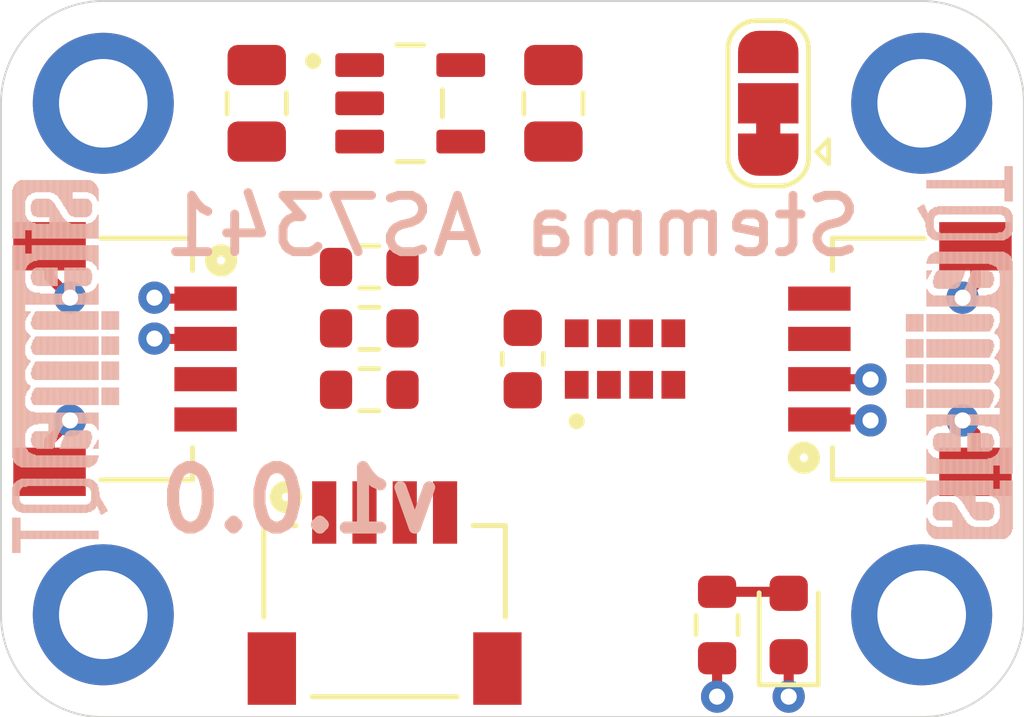
<source format=kicad_pcb>
(kicad_pcb (version 20171130) (host pcbnew 5.1.7-a382d34a8~88~ubuntu18.04.1)
  (layers (0 F.Cu signal) (1 In1.Cu signal hide) (2 In2.Cu signal hide) (31 B.Cu signal) (34 B.Paste user) (35 F.Paste user hide) (36 B.SilkS user hide) (37 F.SilkS user) (38 B.Mask user) (39 F.Mask user) (44 Edge.Cuts user))
  (net 0 "")
  (net 1 GND)
  (net 2 VCC)
  (net 3 "Net-(D1-Pad2)")
  (net 4 /SCL)
  (net 5 /SDA)
  (net 6 "Net-(JP1-Pad2)")
  (net 7 +1V8)
  (net 8 /INT)
  (net 9 /GPIO)
  (net 10 /EN)
  (net 11 "Net-(U2-Pad4)")
  (module AS7341-DLGT:PSON80P310X200X110-8N (layer F.Cu) (at 51.689 63.627 90)
    (fp_text reference U2)
    (fp_text value AS7341-DLGT)
    (pad 8 smd rect (at 0.64 -1.2 90) (size 0.69 0.59) (layers F.Cu F.Paste F.Mask) (net 5 /SDA))
    (pad 7 smd rect (at 0.64 -0.4 90) (size 0.69 0.59) (layers F.Cu F.Paste F.Mask) (net 8 /INT))
    (pad 2 smd rect (at -0.64 -0.4 90) (size 0.69 0.59) (layers F.Cu F.Paste F.Mask) (net 4 /SCL))
    (pad 1 smd rect (at -0.64 -1.2 90) (size 0.69 0.59) (layers F.Cu F.Paste F.Mask) (net 7 +1V8))
    (pad 6 smd rect (at 0.64 0.4 90) (size 0.69 0.59) (layers F.Cu F.Paste F.Mask) (net 9 /GPIO))
    (pad 5 smd rect (at 0.64 1.2 90) (size 0.69 0.59) (layers F.Cu F.Paste F.Mask) (net 1 GND))
    (pad 4 smd rect (at -0.64 1.2 90) (size 0.69 0.59) (layers F.Cu F.Paste F.Mask) (net 11 "Net-(U2-Pad4)"))
    (pad 3 smd rect (at -0.64 0.4 90) (size 0.69 0.59) (layers F.Cu F.Paste F.Mask) (net 1 GND))
  )
  (module TPS7A0233PDBVR:SOT95P280X145-5N (layer F.Cu) (at 46.355 57.277)
    (fp_text reference U1)
    (fp_text value TPS7A0218PDBVR)
    (pad 5 smd roundrect (at 1.255 -0.95) (size 1.21 0.59) (layers F.Cu F.Paste F.Mask) (roundrect_rratio 0.15) (net 7 +1V8))
    (pad 4 smd roundrect (at 1.255 0.95) (size 1.21 0.59) (layers F.Cu F.Paste F.Mask) (roundrect_rratio 0.15))
    (pad 3 smd roundrect (at -1.255 0.95) (size 1.21 0.59) (layers F.Cu F.Paste F.Mask) (roundrect_rratio 0.15) (net 6 "Net-(JP1-Pad2)"))
    (pad 2 smd roundrect (at -1.255 0) (size 1.21 0.59) (layers F.Cu F.Paste F.Mask) (roundrect_rratio 0.15) (net 1 GND))
    (pad 1 smd roundrect (at -1.255 -0.95) (size 1.21 0.59) (layers F.Cu F.Paste F.Mask) (roundrect_rratio 0.15) (net 2 VCC))
  )
  (module "SM04B-SRSS-TB(LF)(SN):JST_SM04B-SRSS-TB(LF)(SN)" (layer F.Cu) (at 45.72 67.437)
    (fp_text reference J3)
    (fp_text value "SM04B-SRSS-TB(LF)(SN)")
    (pad 4 smd rect (at 1.5 0) (size 0.6 1.55) (layers F.Cu F.Paste F.Mask) (net 1 GND))
    (pad 3 smd rect (at 0.5 0) (size 0.6 1.55) (layers F.Cu F.Paste F.Mask) (net 8 /INT))
    (pad 2 smd rect (at -0.5 0) (size 0.6 1.55) (layers F.Cu F.Paste F.Mask) (net 9 /GPIO))
    (pad 1 smd rect (at -1.5 0) (size 0.6 1.55) (layers F.Cu F.Paste F.Mask) (net 10 /EN))
    (pad S1 smd rect (at -2.8 3.875) (size 1.2 1.8) (layers F.Cu F.Paste F.Mask) (net 1 GND))
    (pad S2 smd rect (at 2.8 3.875) (size 1.2 1.8) (layers F.Cu F.Paste F.Mask) (net 1 GND))
  )
  (module "SM04B-SRSS-TB(LF)(SN):JST_SM04B-SRSS-TB(LF)(SN)" (layer F.Cu) (at 41.275 63.627 270)
    (fp_text reference J2)
    (fp_text value "SM04B-SRSS-TB(LF)(SN)")
    (pad 4 smd rect (at 1.5 0 270) (size 0.6 1.55) (layers F.Cu F.Paste F.Mask) (net 4 /SCL))
    (pad 3 smd rect (at 0.5 0 270) (size 0.6 1.55) (layers F.Cu F.Paste F.Mask) (net 5 /SDA))
    (pad 2 smd rect (at -0.5 0 270) (size 0.6 1.55) (layers F.Cu F.Paste F.Mask) (net 2 VCC))
    (pad 1 smd rect (at -1.5 0 270) (size 0.6 1.55) (layers F.Cu F.Paste F.Mask) (net 1 GND))
    (pad S1 smd rect (at -2.8 3.875 270) (size 1.2 1.8) (layers F.Cu F.Paste F.Mask) (net 1 GND))
    (pad S2 smd rect (at 2.8 3.875 270) (size 1.2 1.8) (layers F.Cu F.Paste F.Mask) (net 1 GND))
  )
  (module "SM04B-SRSS-TB(LF)(SN):JST_SM04B-SRSS-TB(LF)(SN)" (layer F.Cu) (at 56.515 63.627 90)
    (fp_text reference J1)
    (fp_text value "SM04B-SRSS-TB(LF)(SN)")
    (pad 4 smd rect (at 1.5 0 90) (size 0.6 1.55) (layers F.Cu F.Paste F.Mask) (net 4 /SCL))
    (pad 3 smd rect (at 0.5 0 90) (size 0.6 1.55) (layers F.Cu F.Paste F.Mask) (net 5 /SDA))
    (pad 2 smd rect (at -0.5 0 90) (size 0.6 1.55) (layers F.Cu F.Paste F.Mask) (net 2 VCC))
    (pad 1 smd rect (at -1.5 0 90) (size 0.6 1.55) (layers F.Cu F.Paste F.Mask) (net 1 GND))
    (pad S1 smd rect (at -2.8 3.875 90) (size 1.2 1.8) (layers F.Cu F.Paste F.Mask) (net 1 GND))
    (pad S2 smd rect (at 2.8 3.875 90) (size 1.2 1.8) (layers F.Cu F.Paste F.Mask) (net 1 GND))
  )
  (module Resistor_SMD:R_0603_1608Metric (layer F.Cu) (at 45.339 62.865 180)
    (fp_text reference R2)
    (fp_text value PU)
    (pad 2 smd roundrect (at 0.825 0 180) (size 0.8 0.95) (layers F.Cu F.Paste F.Mask) (net 4 /SCL))
    (pad 1 smd roundrect (at -0.825 0 180) (size 0.8 0.95) (layers F.Cu F.Paste F.Mask) (net 2 VCC))
  )
  (module Resistor_SMD:R_0603_1608Metric (layer F.Cu) (at 45.339 64.389 180)
    (fp_text reference R1)
    (fp_text value PU)
    (pad 2 smd roundrect (at 0.825 0 180) (size 0.8 0.95) (layers F.Cu F.Paste F.Mask) (net 8 /INT))
    (pad 1 smd roundrect (at -0.825 0 180) (size 0.8 0.95) (layers F.Cu F.Paste F.Mask) (net 2 VCC))
  )
  (module Jumper:SolderJumper-3_P1.3mm_Bridged12_RoundedPad1.0x1.5mm (layer F.Cu) (at 55.245 57.277 90)
    (fp_text reference JP1)
    (fp_text value SolderJumper_3_Bridged12)
    (fp_poly (pts (xy -0.9 -0.3) (xy -0.4 -0.3) (xy -0.4 0.3) (xy -0.9 0.3)) (layer F.Cu) (width 0))
    (pad 1 smd custom (at -1.3 0 90) (size 1 0.5) (layers F.Cu F.Mask) (net 10 /EN) (options (clearance outline) (anchor rect)) (primitives (gr_circle (center 0 0.25) (end 0.5 0.25) (width 0)) (gr_circle (center 0 -0.25) (end 0.5 -0.25) (width 0)) (gr_poly (pts (xy 0.55 -0.75) (xy 0 -0.75) (xy 0 0.75) (xy 0.55 0.75)) (width 0))))
    (pad 2 smd rect (at 0 0 90) (size 1 1.5) (layers F.Cu F.Mask) (net 6 "Net-(JP1-Pad2)"))
    (pad 3 smd custom (at 1.3 0 90) (size 1 0.5) (layers F.Cu F.Mask) (net 2 VCC) (options (clearance outline) (anchor rect)) (primitives (gr_circle (center 0 0.25) (end 0.5 0.25) (width 0)) (gr_circle (center 0 -0.25) (end 0.5 -0.25) (width 0)) (gr_poly (pts (xy -0.55 -0.75) (xy 0 -0.75) (xy 0 0.75) (xy -0.55 0.75)) (width 0))))
  )
  (module Capacitor_SMD:C_0603_1608Metric (layer F.Cu) (at 49.149 63.627 90)
    (fp_text reference C3)
    (fp_text value 0.1uF)
    (pad 2 smd roundrect (at 0.775 0 90) (size 0.9 0.95) (layers F.Cu F.Paste F.Mask) (net 1 GND))
    (pad 1 smd roundrect (at -0.775 0 90) (size 0.9 0.95) (layers F.Cu F.Paste F.Mask) (net 7 +1V8))
  )
  (module Capacitor_SMD:C_0805_2012Metric (layer F.Cu) (at 49.911 57.277 270)
    (fp_text reference C2)
    (fp_text value 1uF)
    (pad 2 smd roundrect (at 0.95 0 270) (size 1 1.45) (layers F.Cu F.Paste F.Mask) (net 1 GND))
    (pad 1 smd roundrect (at -0.95 0 270) (size 1 1.45) (layers F.Cu F.Paste F.Mask) (net 7 +1V8))
  )
  (module Capacitor_SMD:C_0805_2012Metric (layer F.Cu) (at 42.545 57.277 270)
    (fp_text reference C1)
    (fp_text value 1uF)
    (pad 2 smd roundrect (at 0.95 0 270) (size 1 1.45) (layers F.Cu F.Paste F.Mask) (net 1 GND))
    (pad 1 smd roundrect (at -0.95 0 270) (size 1 1.45) (layers F.Cu F.Paste F.Mask) (net 2 VCC))
  )
  (module stemmaqt_shift:STEMMAQT (layer B.Cu) (at 58.674 68.0847 90)
    (fp_text reference U$30 hide)
    (fp_text value "" hide)
  )
  (module stemmaqt_shift:STEMMAQT (layer B.Cu) (at 39.116 59.1947 270)
    (fp_text reference U$31 hide)
    (fp_text value "" hide)
  )
  (module MountingHole:MountingHole_2.2mm_M2_ISO7380_Pad (layer F.Cu) (at 38.735 57.277)
    (fp_text reference H4 hide)
    (fp_text value MountingHole_Pad hide)
    (pad 1 thru_hole circle (at 0 0) (size 3.5 3.5) (drill 2.2) (layers *.Cu *.Mask) (net 1 GND))
  )
  (module MountingHole:MountingHole_2.2mm_M2_ISO7380_Pad (layer F.Cu) (at 59.055 69.977)
    (fp_text reference H3 hide)
    (fp_text value MountingHole_Pad hide)
    (pad 1 thru_hole circle (at 0 0) (size 3.5 3.5) (drill 2.2) (layers *.Cu *.Mask) (net 1 GND))
  )
  (module MountingHole:MountingHole_2.2mm_M2_ISO7380_Pad (layer F.Cu) (at 38.735 69.977)
    (fp_text reference H2 hide)
    (fp_text value MountingHole_Pad hide)
    (pad 1 thru_hole circle (at 0 0) (size 3.5 3.5) (drill 2.2) (layers *.Cu *.Mask) (net 1 GND))
  )
  (module MountingHole:MountingHole_2.2mm_M2_ISO7380_Pad (layer F.Cu) (at 59.055 57.277 90)
    (fp_text reference H1 hide)
    (fp_text value MountingHole_Pad hide)
    (pad 1 thru_hole circle (at 0 0 90) (size 3.5 3.5) (drill 2.2) (layers *.Cu *.Mask) (net 1 GND))
  )
  (module Resistor_SMD:R_0603_1608Metric (layer F.Cu) (at 45.339 61.341 180)
    (fp_text reference R4 hide)
    (fp_text value PU)
    (pad 2 smd roundrect (at 0.825 0 180) (size 0.8 0.95) (layers F.Cu F.Paste F.Mask) (net 5 /SDA))
    (pad 1 smd roundrect (at -0.825 0 180) (size 0.8 0.95) (layers F.Cu F.Paste F.Mask) (net 2 VCC))
  )
  (module Resistor_SMD:R_0603_1608Metric (layer F.Cu) (at 53.975 70.231 90)
    (fp_text reference R3 hide)
    (fp_text value ?)
    (pad 2 smd roundrect (at 0.825 0 90) (size 0.8 0.95) (layers F.Cu F.Paste F.Mask) (net 3 "Net-(D1-Pad2)"))
    (pad 1 smd roundrect (at -0.825 0 90) (size 0.8 0.95) (layers F.Cu F.Paste F.Mask) (net 2 VCC))
  )
  (module LED_SMD:LED_0603_1608Metric (layer F.Cu) (at 55.753 70.231 90)
    (fp_text reference D1 hide)
    (fp_text value LED)
    (pad 2 smd roundrect (at 0.7875 0 90) (size 0.875 0.95) (layers F.Cu F.Paste F.Mask) (net 3 "Net-(D1-Pad2)"))
    (pad 1 smd roundrect (at -0.7875 0 90) (size 0.875 0.95) (layers F.Cu F.Paste F.Mask) (net 1 GND))
  )
  (gr_text v1.0.0 (at 43.6118 67.1322) (layer B.SilkS) (effects (font (size 1.5 1.5) (thickness 0.3)) (justify mirror)))
  (gr_text "Stemma AS7341" (at 48.895 60.325) (layer B.SilkS) (effects (font (size 1.39954 1.39954) (thickness 0.22098)) (justify mirror)))
  (gr_arc (start 59.055 57.277) (end 61.595 57.277) (angle -90) (layer Edge.Cuts) (width 0.05))
  (gr_line (start 61.595 69.977) (end 61.595 57.277) (layer Edge.Cuts) (width 0.05))
  (gr_arc (start 38.735 69.977) (end 36.195 69.977) (angle -90) (layer Edge.Cuts) (width 0.05))
  (gr_line (start 36.195 57.277) (end 36.195 69.977) (layer Edge.Cuts) (width 0.05))
  (gr_line (start 59.055 54.737) (end 38.735 54.737) (layer Edge.Cuts) (width 0.05))
  (gr_arc (start 59.055 69.977) (end 59.055 72.517) (angle -90) (layer Edge.Cuts) (width 0.05))
  (gr_line (start 38.735 72.517) (end 59.055 72.517) (layer Edge.Cuts) (width 0.05))
  (gr_arc (start 38.735 57.277) (end 38.735 54.737) (angle -90) (layer Edge.Cuts) (width 0.05))
  (via (at 57.785 65.151) (size 0.8) (drill 0.4) (layers F.Cu B.Cu) (net 1))
  (segment (start 56.515 65.127) (end 57.761 65.127) (width 0.25) (layer F.Cu) (net 1))
  (segment (start 57.761 65.127) (end 57.785 65.151) (width 0.25) (layer F.Cu) (net 1))
  (via (at 40.005 62.103) (size 0.8) (drill 0.4) (layers F.Cu B.Cu) (net 1))
  (segment (start 41.275 62.127) (end 40.029 62.127) (width 0.25) (layer F.Cu) (net 1))
  (segment (start 40.029 62.127) (end 40.005 62.103) (width 0.25) (layer F.Cu) (net 1))
  (via (at 37.9095 65.151) (size 0.8) (drill 0.4) (layers F.Cu B.Cu) (net 1))
  (segment (start 37.4 66.427) (end 37.4 65.6605) (width 0.25) (layer F.Cu) (net 1))
  (segment (start 37.4 65.6605) (end 37.9095 65.151) (width 0.25) (layer F.Cu) (net 1))
  (segment (start 37.4 60.827) (end 37.4 61.593498) (width 0.25) (layer F.Cu) (net 1))
  (via (at 37.909501 62.102999) (size 0.8) (drill 0.4) (layers F.Cu B.Cu) (net 1))
  (segment (start 37.4 61.593498) (end 37.909501 62.102999) (width 0.25) (layer F.Cu) (net 1))
  (segment (start 60.39 60.827) (end 60.39 61.784) (width 0.25) (layer F.Cu) (net 1))
  (via (at 60.071 62.103) (size 0.8) (drill 0.4) (layers F.Cu B.Cu) (net 1))
  (segment (start 60.39 61.784) (end 60.071 62.103) (width 0.25) (layer F.Cu) (net 1))
  (via (at 60.071 65.151) (size 0.8) (drill 0.4) (layers F.Cu B.Cu) (net 1))
  (segment (start 60.39 66.427) (end 60.39 65.47) (width 0.25) (layer F.Cu) (net 1))
  (segment (start 60.39 65.47) (end 60.071 65.151) (width 0.25) (layer F.Cu) (net 1))
  (via (at 55.753 72.009) (size 0.8) (drill 0.4) (layers F.Cu B.Cu) (net 1))
  (segment (start 55.753 71.0185) (end 55.753 72.009) (width 0.25) (layer F.Cu) (net 1))
  (via (at 57.785 64.135) (size 0.8) (drill 0.4) (layers F.Cu B.Cu) (net 2))
  (segment (start 56.515 64.127) (end 57.777 64.127) (width 0.25) (layer F.Cu) (net 2))
  (segment (start 57.777 64.127) (end 57.785 64.135) (width 0.25) (layer F.Cu) (net 2))
  (via (at 40.005 63.119) (size 0.8) (drill 0.4) (layers F.Cu B.Cu) (net 2))
  (segment (start 41.275 63.127) (end 40.013 63.127) (width 0.25) (layer F.Cu) (net 2))
  (segment (start 40.013 63.127) (end 40.005 63.119) (width 0.25) (layer F.Cu) (net 2))
  (via (at 53.975 72.009) (size 0.8) (drill 0.4) (layers F.Cu B.Cu) (net 2))
  (segment (start 53.975 71.056) (end 53.975 72.009) (width 0.25) (layer F.Cu) (net 2))
  (segment (start 55.7155 69.406) (end 55.753 69.4435) (width 0.25) (layer F.Cu) (net 3))
  (segment (start 53.975 69.406) (end 55.7155 69.406) (width 0.25) (layer F.Cu) (net 3))
)
</source>
